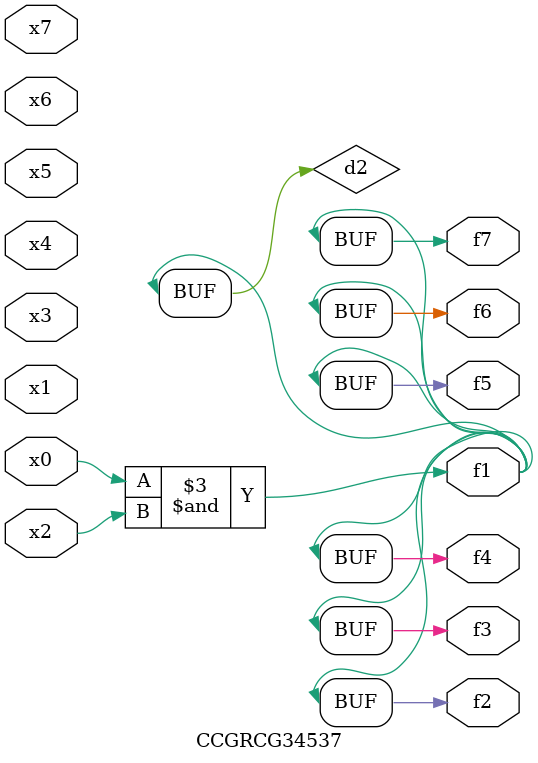
<source format=v>
module CCGRCG34537(
	input x0, x1, x2, x3, x4, x5, x6, x7,
	output f1, f2, f3, f4, f5, f6, f7
);

	wire d1, d2;

	nor (d1, x3, x6);
	and (d2, x0, x2);
	assign f1 = d2;
	assign f2 = d2;
	assign f3 = d2;
	assign f4 = d2;
	assign f5 = d2;
	assign f6 = d2;
	assign f7 = d2;
endmodule

</source>
